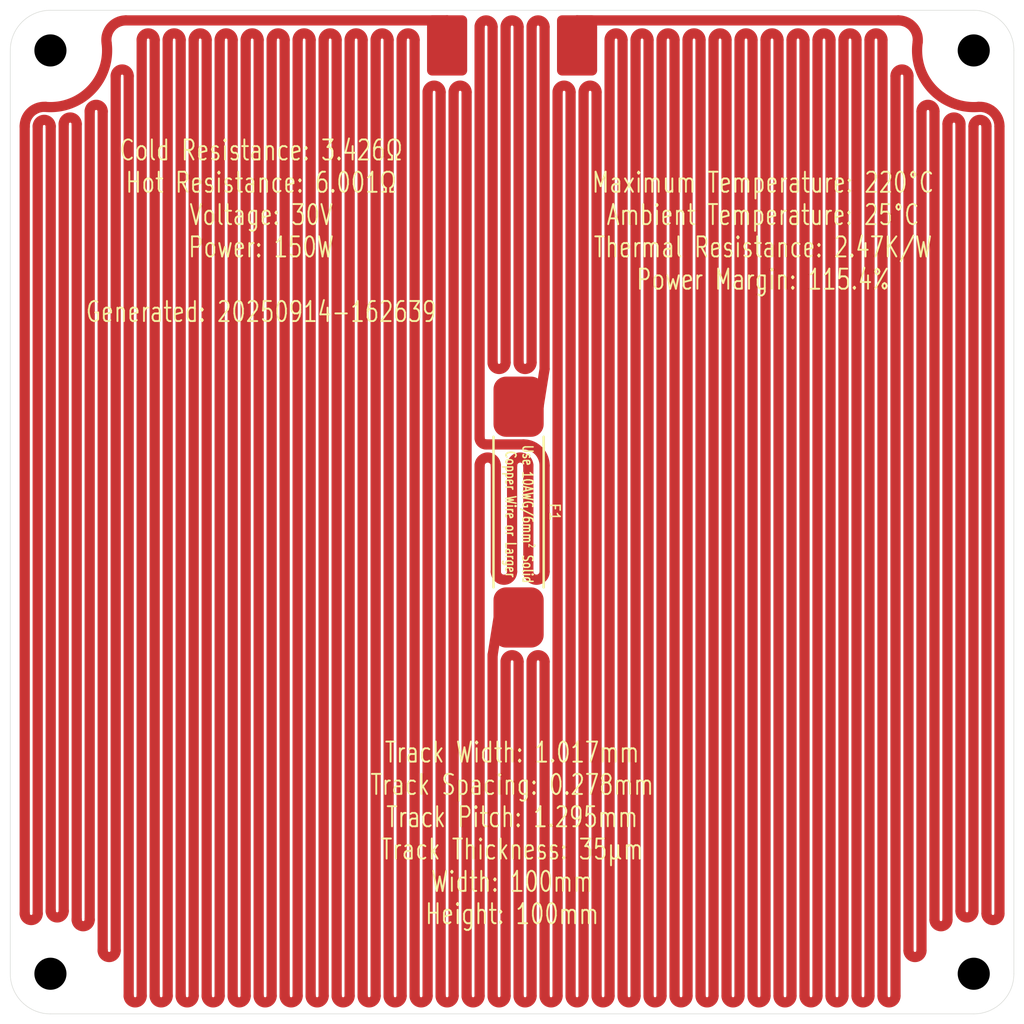
<source format=kicad_pcb>
(kicad_pcb (version 20241229) (generator "pcbnew") (generator_version "9.0")
  (layers (0 "F.Cu" signal) (2 "B.Cu" signal) (13 "F.Paste" user) (15 "B.Paste" user) (5 "F.SilkS" user "F.Silkscreen") (7 "B.SilkS" user "B.Silkscreen") (1 "F.Mask" user) (3 "B.Mask" user) (25 "Edge.Cuts" user))
  (net 0 "")
  (net 1 "Net-(J2-Pin_1)")
  (net 2 "Net-(J1-Pin_1)")
  (footprint "blg:MountingHole_3.2mm_M3_NoPad_TopLarge" (layer "F.Cu") (at 151 59)
    (property "Reference" "REF**" (hide yes))
    (property "Value" "MountingHole_3.2mm_M3_NoPad_TopLarge" (hide yes))
    (pad "" np_thru_hole circle (at 0 0) (size 7.6 7.6) (drill 3.2) (layers))
  )
  (footprint "blg:SMD_PowerConnection_4x6mm" (layer "F.Cu") (at 111.475 58.5 -90)
    (property "Reference" "J2" (hide yes))
    (property "Value" "Hotplate_Power_Connection" (hide yes))
    (pad "1" smd roundrect (at 0 0 270) (size 6 4) (layers "F.Cu" "F.Mask" "F.Paste") (roundrect_rratio 0.125) (net 1 "Net-(J2-Pin_1)"))
  )
  (footprint "blg:MountingHole_3.2mm_M3_NoPad_TopLarge" (layer "F.Cu") (at 59 151)
    (property "Reference" "REF**" (hide yes))
    (property "Value" "MountingHole_3.2mm_M3_NoPad_TopLarge" (hide yes))
    (pad "" np_thru_hole circle (at 0 0) (size 7.6 7.6) (drill 3.2) (layers))
  )
  (footprint "blg:MountingHole_3.2mm_M3_NoPad_TopLarge" (layer "F.Cu") (at 151 151)
    (property "Reference" "REF**" (hide yes))
    (property "Value" "MountingHole_3.2mm_M3_NoPad_TopLarge" (hide yes))
    (pad "" np_thru_hole circle (at 0 0) (size 7.6 7.6) (drill 3.2) (layers))
  )
  (footprint "blg:SMD_PowerConnection_4x6mm" (layer "F.Cu") (at 98.525 58.5 -90)
    (property "Reference" "J1" (hide yes))
    (property "Value" "Hotplate_Power_Connection" (hide yes))
    (pad "1" smd roundrect (at 0 0 270) (size 6 4) (layers "F.Cu" "F.Mask" "F.Paste") (roundrect_rratio 0.125) (net 2 "Net-(J1-Pin_1)"))
  )
  (footprint "blg:Thermal Fuse, Front, 25mm" (layer "F.Cu") (at 105.6475 105 -90)
    (property "Reference" "F1" (at 0 -3.6 270) (layer "F.SilkS"))
    (property "Value" "~")
    (fp_line (start -7.5 2.5) (end 7.5 2.5) (stroke (width 0.25)) (layer "F.SilkS"))
    (fp_line (start -7.5 -2.5) (end 7.5 -2.5) (stroke (width 0.25)) (layer "F.SilkS"))
    (fp_text user "Use 10AWG/6mm  Solid" (at 0.2 -0.9 270) (layer "F.SilkS") (effects (font (size 1 0.75))))
    (fp_text user "2" (at 3.35 -1.3 270) (layer "F.SilkS") (effects (font (size 0.6 0.4) (thickness 0.1))))
    (fp_text user "Copper Wire or Larger" (at 0.2 0.8 270) (layer "F.SilkS") (effects (font (size 1 0.75))))
    (pad "1" smd roundrect (at -10.5 0 270) (size 6 5) (layers "F.Cu" "F.Mask") (net 2 "Net-(J1-Pin_1)"))
    (pad "2" smd roundrect (at 10.5 0 270) (size 6 5) (layers "F.Cu" "F.Mask") (net 1 "Net-(J2-Pin_1)"))
  )
  (footprint "blg:MountingHole_3.2mm_M3_NoPad_TopLarge" (layer "F.Cu") (at 59 59)
    (property "Reference" "REF**" (hide yes))
    (property "Value" "MountingHole_3.2mm_M3_NoPad_TopLarge" (hide yes))
    (pad "" np_thru_hole circle (at 0 0) (size 7.6 7.6) (drill 3.2) (layers))
  )
  (gr_arc (start 55 59) (mid 56.171573 56.171573) (end 59 55) (stroke (width 0.05)) (layer "Edge.Cuts"))
  (gr_line (start 155 59) (end 155 151) (stroke (width 0.05)) (layer "Edge.Cuts"))
  (gr_arc (start 59 155) (mid 56.171573 153.828427) (end 55 151) (stroke (width 0.05)) (layer "Edge.Cuts"))
  (gr_line (start 59 155) (end 151 155) (stroke (width 0.05)) (layer "Edge.Cuts"))
  (gr_line (start 55 59) (end 55 151) (stroke (width 0.05)) (layer "Edge.Cuts"))
  (gr_arc (start 155 151) (mid 153.828427 153.828427) (end 151 155) (stroke (width 0.05)) (layer "Edge.Cuts"))
  (gr_arc (start 151 55) (mid 153.828427 56.171573) (end 155 59) (stroke (width 0.05)) (layer "Edge.Cuts"))
  (gr_line (start 59 55) (end 151 55) (stroke (width 0.05)) (layer "Edge.Cuts"))
  (gr_text "Track Width: 1.017mm\nTrack Spacing: 0.278mm\nTrack Pitch: 1.295mm\nTrack Thickness: 35µm\nWidth: 100mm\nHeight: 100mm" (at 105 137 0) (layer "F.SilkS") (effects (font (size 2 1.5) (thickness 0.1875))))
  (gr_text "Maximum Temperature: 220°C\nAmbient Temperature: 25°C\nThermal Resistance: 2.47K/W\nPower Margin: 115.4%" (at 130 77 0) (layer "F.SilkS") (effects (font (size 2 1.5) (thickness 0.1875))))
  (gr_text "Cold Resistance: 3.426Ω\nHot Resistance: 6.001Ω\nVoltage: 30V\nPower: 150W\n\nGenerated: 20250914-162639" (at 80 77 0) (layer "F.SilkS") (effects (font (size 2 1.5) (thickness 0.1875))))
  (segment (start 149.677499 66.329884) (end 149.677499 144.741294) (width 1.016999) (layer "F.Cu") (net 1))
  (segment (start 143.2025 153.204999) (end 143.2025 61.546684) (width 1.016999) (layer "F.Cu") (net 1))
  (segment (start 153.5625 145.00335) (end 153.5625 66.564634) (width 1.016999) (layer "F.Cu") (net 1))
  (segment (start 104.3525 153.204999) (end 104.3525 119.905999) (width 1.016999) (layer "F.Cu") (net 1))
  (segment (start 145.7925 148.687858) (end 145.7925 65.067495) (width 1.016999) (layer "F.Cu") (net 1))
  (segment (start 110.8275 63.155999) (end 110.8275 153.204999) (width 1.016999) (layer "F.Cu") (net 1))
  (segment (start 135.432499 153.204999) (end 135.432499 57.950999) (width 1.016999) (layer "F.Cu") (net 1))
  (segment (start 128.9575 57.950999) (end 128.9575 153.204999) (width 1.016999) (layer "F.Cu") (net 1))
  (segment (start 116.0075 57.950999) (end 116.0075 153.204999) (width 1.016999) (layer "F.Cu") (net 1))
  (segment (start 103.655999 115.5) (end 105.6475 115.5) (width 1.016999) (layer "F.Cu") (net 1))
  (segment (start 103.057499 119.2585) (end 103.655999 115.5) (width 1.016999) (layer "F.Cu") (net 1))
  (segment (start 140.6125 153.204999) (end 140.6125 57.950999) (width 1.016999) (layer "F.Cu") (net 1))
  (segment (start 121.187499 57.950999) (end 121.187499 153.204999) (width 1.016999) (layer "F.Cu") (net 1))
  (segment (start 103.057499 119.2585) (end 103.057499 153.204999) (width 1.016999) (layer "F.Cu") (net 1))
  (segment (start 144.4975 61.546684) (end 144.4975 148.687858) (width 1.016999) (layer "F.Cu") (net 1))
  (segment (start 143.482839 56.0085) (end 111.474999 56.0085) (width 1.016999) (layer "F.Cu") (net 1))
  (segment (start 125.0725 153.204999) (end 125.0725 57.950999) (width 1.016999) (layer "F.Cu") (net 1))
  (segment (start 105.6475 119.905999) (end 105.6475 153.204999) (width 1.016999) (layer "F.Cu") (net 1))
  (segment (start 150.972499 144.741294) (end 150.972499 66.564634) (width 1.016999) (layer "F.Cu") (net 1))
  (segment (start 117.3025 153.204999) (end 117.3025 57.950999) (width 1.016999) (layer "F.Cu") (net 1))
  (segment (start 136.7275 57.950999) (end 136.7275 153.204999) (width 1.016999) (layer "F.Cu") (net 1))
  (segment (start 134.137499 57.950999) (end 134.137499 153.204999) (width 1.016999) (layer "F.Cu") (net 1))
  (segment (start 112.1225 153.204999) (end 112.1225 63.155999) (width 1.016999) (layer "F.Cu") (net 1))
  (segment (start 114.712499 153.204999) (end 114.712499 57.950999) (width 1.016999) (layer "F.Cu") (net 1))
  (segment (start 139.3175 57.950999) (end 139.3175 153.204999) (width 1.016999) (layer "F.Cu") (net 1))
  (segment (start 148.3825 145.617918) (end 148.3825 66.329884) (width 1.016999) (layer "F.Cu") (net 1))
  (segment (start 108.2375 119.905999) (end 108.2375 153.204999) (width 1.016999) (layer "F.Cu") (net 1))
  (segment (start 106.9425 153.204999) (end 106.9425 119.905999) (width 1.016999) (layer "F.Cu") (net 1))
  (segment (start 130.2525 153.204999) (end 130.2525 57.950999) (width 1.016999) (layer "F.Cu") (net 1))
  (segment (start 122.482499 153.204999) (end 122.482499 57.950999) (width 1.016999) (layer "F.Cu") (net 1))
  (segment (start 127.662499 153.204999) (end 127.662499 57.950999) (width 1.016999) (layer "F.Cu") (net 1))
  (segment (start 126.3675 57.950999) (end 126.3675 153.204999) (width 1.016999) (layer "F.Cu") (net 1))
  (segment (start 132.8425 153.204999) (end 132.8425 57.950999) (width 1.016999) (layer "F.Cu") (net 1))
  (segment (start 113.417499 63.155999) (end 113.417499 153.204999) (width 1.016999) (layer "F.Cu") (net 1))
  (segment (start 111.474999 56.0085) (end 111.474999 58.5) (width 1.016999) (layer "F.Cu") (net 1))
  (segment (start 147.087499 65.067495) (end 147.087499 145.617918) (width 1.016999) (layer "F.Cu") (net 1))
  (segment (start 131.547499 57.950999) (end 131.547499 153.204999) (width 1.016999) (layer "F.Cu") (net 1))
  (segment (start 109.532499 153.204999) (end 109.532499 63.155999) (width 1.016999) (layer "F.Cu") (net 1))
  (segment (start 152.2675 66.564634) (end 152.2675 145.00335) (width 1.016999) (layer "F.Cu") (net 1))
  (segment (start 141.9075 57.950999) (end 141.9075 153.204999) (width 1.016999) (layer "F.Cu") (net 1))
  (segment (start 138.022499 153.204999) (end 138.022499 57.950999) (width 1.016999) (layer "F.Cu") (net 1))
  (segment (start 119.8925 153.204999) (end 119.8925 57.950999) (width 1.016999) (layer "F.Cu") (net 1))
  (segment (start 123.7775 57.950999) (end 123.7775 153.204999) (width 1.016999) (layer "F.Cu") (net 1))
  (segment (start 118.5975 57.950999) (end 118.5975 153.204999) (width 1.016999) (layer "F.Cu") (net 1))
  (arc (start 152.2675 145.00335) (mid 152.915 145.65085) (end 153.5625 145.00335) (width 1.016999) (layer "F.Cu") (net 1))
  (arc (start 140.6125 57.950999) (mid 141.26 57.3035) (end 141.9075 57.950999) (width 1.016999) (layer "F.Cu") (net 1))
  (arc (start 132.8425 57.950999) (mid 133.49 57.3035) (end 134.137499 57.950999) (width 1.016999) (layer "F.Cu") (net 1))
  (arc (start 106.9425 119.905999) (mid 107.589999 119.258499) (end 108.2375 119.905999) (width 1.016999) (layer "F.Cu") (net 1))
  (arc (start 125.0725 57.950999) (mid 125.72 57.3035) (end 126.3675 57.950999) (width 1.016999) (layer "F.Cu") (net 1))
  (arc (start 117.3025 57.950999) (mid 117.95 57.3035) (end 118.5975 57.950999) (width 1.016999) (layer "F.Cu") (net 1))
  (arc (start 151.461324 64.628626) (mid 146.894683 62.878225) (end 145.406697 58.219469) (width 1.016999) (layer "F.Cu") (net 1))
  (arc (start 108.2375 153.204999) (mid 108.884999 153.852499) (end 109.5325 153.204999) (width 1.016999) (layer "F.Cu") (net 1))
  (arc (start 118.5975 153.204999) (mid 119.244999 153.8525) (end 119.8925 153.204999) (width 1.016999) (layer "F.Cu") (net 1))
  (arc (start 110.8275 153.204999) (mid 111.475 153.8525) (end 112.1225 153.204999) (width 1.016999) (layer "F.Cu") (net 1))
  (arc (start 150.972499 66.564634) (mid 151.62 65.917134) (end 152.2675 66.564634) (width 1.016999) (layer "F.Cu") (net 1))
  (arc (start 144.4975 148.687858) (mid 145.145 149.335358) (end 145.7925 148.687858) (width 1.016999) (layer "F.Cu") (net 1))
  (arc (start 105.6475 153.204999) (mid 106.295 153.8525) (end 106.9425 153.204999) (width 1.016999) (layer "F.Cu") (net 1))
  (arc (start 114.712499 57.950999) (mid 115.359999 57.3035) (end 116.0075 57.950999) (width 1.016999) (layer "F.Cu") (net 1))
  (arc (start 119.8925 57.950999) (mid 120.539999 57.3035) (end 121.187499 57.950999) (width 1.016999) (layer "F.Cu") (net 1))
  (arc (start 147.087499 145.617918) (mid 147.735 146.265418) (end 148.3825 145.617918) (width 1.016999) (layer "F.Cu") (net 1))
  (arc (start 130.2525 57.950999) (mid 130.899999 57.3035) (end 131.547499 57.950999) (width 1.016999) (layer "F.Cu") (net 1))
  (arc (start 131.547499 153.204999) (mid 132.195 153.8525) (end 132.8425 153.204999) (width 1.016999) (layer "F.Cu") (net 1))
  (arc (start 109.532499 63.155999) (mid 110.18 62.5085) (end 110.8275 63.155999) (width 1.016999) (layer "F.Cu") (net 1))
  (arc (start 141.9075 153.204999) (mid 142.554999 153.8525) (end 143.2025 153.204999) (width 1.016999) (layer "F.Cu") (net 1))
  (arc (start 116.0075 153.204999) (mid 116.655 153.8525) (end 117.3025 153.204999) (width 1.016999) (layer "F.Cu") (net 1))
  (arc (start 128.9575 153.204999) (mid 129.604999 153.8525) (end 130.2525 153.204999) (width 1.016999) (layer "F.Cu") (net 1))
  (arc (start 112.1225 63.155999) (mid 112.77 62.5085) (end 113.417499 63.155999) (width 1.016999) (layer "F.Cu") (net 1))
  (arc (start 143.2025 61.546684) (mid 143.85 60.899184) (end 144.4975 61.546684) (width 1.016999) (layer "F.Cu") (net 1))
  (arc (start 122.482499 57.950999) (mid 123.13 57.3035) (end 123.7775 57.950999) (width 1.016999) (layer "F.Cu") (net 1))
  (arc (start 134.137499 153.204999) (mid 134.785 153.8525) (end 135.432499 153.204999) (width 1.016999) (layer "F.Cu") (net 1))
  (arc (start 121.187499 153.204999) (mid 121.835 153.8525) (end 122.482499 153.204999) (width 1.016999) (layer "F.Cu") (net 1))
  (arc (start 113.417499 153.204999) (mid 114.065 153.8525) (end 114.712499 153.204999) (width 1.016999) (layer "F.Cu") (net 1))
  (arc (start 138.022499 57.950999) (mid 138.67 57.3035) (end 139.3175 57.950999) (width 1.016999) (layer "F.Cu") (net 1))
  (arc (start 153.5625 66.564634) (mid 153.045586 65.245162) (end 151.461324 64.628626) (width 1.016999) (layer "F.Cu") (net 1))
  (arc (start 145.7925 65.067495) (mid 146.44 64.419995) (end 147.087499 65.067495) (width 1.016999) (layer "F.Cu") (net 1))
  (arc (start 127.662499 57.950999) (mid 128.31 57.3035) (end 128.9575 57.950999) (width 1.016999) (layer "F.Cu") (net 1))
  (arc (start 149.677499 144.741294) (mid 150.325 145.388794) (end 150.972499 144.741294) (width 1.016999) (layer "F.Cu") (net 1))
  (arc (start 123.7775 153.204999) (mid 124.425 153.8525) (end 125.0725 153.204999) (width 1.016999) (layer "F.Cu") (net 1))
  (arc (start 136.7275 153.204999) (mid 137.375 153.8525) (end 138.022499 153.204999) (width 1.016999) (layer "F.Cu") (net 1))
  (arc (start 104.3525 119.905999) (mid 105 119.258499) (end 105.6475 119.905999) (width 1.016999) (layer "F.Cu") (net 1))
  (arc (start 126.3675 153.204999) (mid 127.014999 153.8525) (end 127.662499 153.204999) (width 1.016999) (layer "F.Cu") (net 1))
  (arc (start 143.482839 56.0085) (mid 144.948242 56.675891) (end 145.406697 58.219469) (width 1.016999) (layer "F.Cu") (net 1))
  (arc (start 139.3175 153.204999) (mid 139.965 153.8525) (end 140.6125 153.204999) (width 1.016999) (layer "F.Cu") (net 1))
  (arc (start 135.432499 57.950999) (mid 136.08 57.3035) (end 136.7275 57.950999) (width 1.016999) (layer "F.Cu") (net 1))
  (arc (start 148.3825 66.329884) (mid 149.03 65.682384) (end 149.677499 66.329884) (width 1.016999) (layer "F.Cu") (net 1))
  (arc (start 103.057499 153.204999) (mid 103.705 153.8525) (end 104.3525 153.204999) (width 1.016999) (layer "F.Cu") (net 1))
  (segment (start 97.8775 153.204999) (end 97.8775 63.155999) (width 1.016999) (layer "F.Cu") (net 2))
  (segment (start 60.322499 66.329884) (end 60.322499 144.741294) (width 1.016999) (layer "F.Cu") (net 2))
  (segment (start 77.157499 153.204999) (end 77.157499 57.950999) (width 1.016999) (layer "F.Cu") (net 2))
  (segment (start 56.437499 145.00335) (end 56.437499 66.564634) (width 1.016999) (layer "F.Cu") (net 2))
  (segment (start 90.107499 153.204999) (end 90.107499 57.950999) (width 1.016999) (layer "F.Cu") (net 2))
  (segment (start 108.2375 90.741499) (end 107.639 94.5) (width 1.016999) (layer "F.Cu") (net 2))
  (segment (start 108.2375 100.362874) (end 108.2375 110.932125) (width 1.016999) (layer "F.Cu") (net 2))
  (segment (start 104.3525 56.656) (end 104.3525 90.094) (width 1.016999) (layer "F.Cu") (net 2))
  (segment (start 107.639 94.5) (end 105.6475 94.5) (width 1.016999) (layer "F.Cu") (net 2))
  (segment (start 78.4525 57.950999) (end 78.4525 153.204999) (width 1.016999) (layer "F.Cu") (net 2))
  (segment (start 66.7975 153.204999) (end 66.7975 61.546684) (width 1.016999) (layer "F.Cu") (net 2))
  (segment (start 108.2375 90.741499) (end 108.2375 56.656) (width 1.016999) (layer "F.Cu") (net 2))
  (segment (start 105 100.362874) (end 105 110.932125) (width 1.016999) (layer "F.Cu") (net 2))
  (segment (start 59.0275 144.741294) (end 59.0275 66.564634) (width 1.016999) (layer "F.Cu") (net 2))
  (segment (start 75.8625 57.950999) (end 75.8625 153.204999) (width 1.016999) (layer "F.Cu") (net 2))
  (segment (start 84.9275 153.204999) (end 84.9275 57.950999) (width 1.016999) (layer "F.Cu") (net 2))
  (segment (start 101.762499 100.362874) (end 101.762499 153.204999) (width 1.016999) (layer "F.Cu") (net 2))
  (segment (start 82.337499 153.204999) (end 82.337499 57.950999) (width 1.016999) (layer "F.Cu") (net 2))
  (segment (start 106.618749 110.932125) (end 106.618749 100.362874) (width 1.016999) (layer "F.Cu") (net 2))
  (segment (start 62.912499 65.067495) (end 62.912499 145.617918) (width 1.016999) (layer "F.Cu") (net 2))
  (segment (start 98.525 56.0085) (end 98.525 58.5) (width 1.016999) (layer "F.Cu") (net 2))
  (segment (start 100.4675 153.204999) (end 100.4675 63.155999) (width 1.016999) (layer "F.Cu") (net 2))
  (segment (start 66.51716 56.0085) (end 98.525 56.0085) (width 1.016999) (layer "F.Cu") (net 2))
  (segment (start 70.682499 57.950999) (end 70.682499 153.204999) (width 1.016999) (layer "F.Cu") (net 2))
  (segment (start 73.2725 57.950999) (end 73.2725 153.204999) (width 1.016999) (layer "F.Cu") (net 2))
  (segment (start 79.7475 153.204999) (end 79.7475 57.950999) (width 1.016999) (layer "F.Cu") (net 2))
  (segment (start 64.207499 148.687858) (end 64.207499 65.067495) (width 1.016999) (layer "F.Cu") (net 2))
  (segment (start 81.042499 57.950999) (end 81.042499 153.204999) (width 1.016999) (layer "F.Cu") (net 2))
  (segment (start 103.38125 110.932125) (end 103.38125 100.362874) (width 1.016999) (layer "F.Cu") (net 2))
  (segment (start 106.9425 56.656) (end 106.9425 90.094) (width 1.016999) (layer "F.Cu") (net 2))
  (segment (start 101.762499 56.656) (end 101.762499 97.611) (width 1.016999) (layer "F.Cu") (net 2))
  (segment (start 86.2225 57.950999) (end 86.2225 153.204999) (width 1.016999) (layer "F.Cu") (net 2))
  (segment (start 95.2875 153.204999) (end 95.2875 57.950999) (width 1.016999) (layer "F.Cu") (net 2))
  (segment (start 88.8125 57.950999) (end 88.8125 153.204999) (width 1.016999) (layer "F.Cu") (net 2))
  (segment (start 103.057499 90.094) (end 103.057499 56.656) (width 1.016999) (layer "F.Cu") (net 2))
  (segment (start 65.5025 61.546684) (end 65.5025 148.687858) (width 1.016999) (layer "F.Cu") (net 2))
  (segment (start 74.5675 153.204999) (end 74.5675 57.950999) (width 1.016999) (layer "F.Cu") (net 2))
  (segment (start 93.9925 57.950999) (end 93.9925 153.204999) (width 1.016999) (layer "F.Cu") (net 2))
  (segment (start 87.5175 153.204999) (end 87.5175 57.950999) (width 1.016999) (layer "F.Cu") (net 2))
  (segment (start 57.7325 66.564634) (end 57.7325 145.00335) (width 1.016999) (layer "F.Cu") (net 2))
  (segment (start 105.6475 90.094) (end 105.6475 56.656) (width 1.016999) (layer "F.Cu") (net 2))
  (segment (start 96.5825 63.155999) (end 96.5825 153.204999) (width 1.016999) (layer "F.Cu") (net 2))
  (segment (start 68.0925 57.950999) (end 68.0925 153.204999) (width 1.016999) (layer "F.Cu") (net 2))
  (segment (start 83.6325 57.950999) (end 83.6325 153.204999) (width 1.016999) (layer "F.Cu") (net 2))
  (segment (start 71.9775 153.204999) (end 71.9775 57.950999) (width 1.016999) (layer "F.Cu") (net 2))
  (segment (start 102.41 98.2585) (end 106.133125 98.2585) (width 1.016999) (layer "F.Cu") (net 2))
  (segment (start 61.6175 145.617918) (end 61.6175 66.329884) (width 1.016999) (layer "F.Cu") (net 2))
  (segment (start 99.1725 63.155999) (end 99.1725 153.204999) (width 1.016999) (layer "F.Cu") (net 2))
  (segment (start 92.6975 153.204999) (end 92.6975 57.950999) (width 1.016999) (layer "F.Cu") (net 2))
  (segment (start 69.387499 153.204999) (end 69.387499 57.950999) (width 1.016999) (layer "F.Cu") (net 2))
  (segment (start 91.4025 57.950999) (end 91.4025 153.204999) (width 1.016999) (layer "F.Cu") (net 2))
  (arc (start 73.2725 153.204999) (mid 72.625 153.8525) (end 71.9775 153.204999) (width 1.016999) (layer "F.Cu") (net 2))
  (arc (start 101.762499 153.204999) (mid 101.115 153.8525) (end 100.4675 153.204999) (width 1.016999) (layer "F.Cu") (net 2))
  (arc (start 78.4525 153.204999) (mid 77.805 153.8525) (end 77.157499 153.204999) (width 1.016999) (layer "F.Cu") (net 2))
  (arc (start 66.51716 56.0085) (mid 65.051757 56.675891) (end 64.593302 58.219469) (width 1.016999) (layer "F.Cu") (net 2))
  (arc (start 108.2375 110.932125) (mid 107.428125 111.741499) (end 106.618749 110.932125) (width 1.016999) (layer "F.Cu") (net 2))
  (arc (start 103.38125 100.362874) (mid 102.571874 99.553499) (end 101.762499 100.362874) (width 1.016999) (layer "F.Cu") (net 2))
  (arc (start 69.387499 57.950999) (mid 68.74 57.3035) (end 68.0925 57.950999) (width 1.016999) (layer "F.Cu") (net 2))
  (arc (start 91.4025 153.204999) (mid 90.755 153.8525) (end 90.107499 153.204999) (width 1.016999) (layer "F.Cu") (net 2))
  (arc (start 71.9775 57.950999) (mid 71.329999 57.3035) (end 70.682499 57.950999) (width 1.016999) (layer "F.Cu") (net 2))
  (arc (start 56.437499 66.564634) (mid 56.954413 65.245162) (end 58.538675 64.628626) (width 1.016999) (layer "F.Cu") (net 2))
  (arc (start 93.9925 153.204999) (mid 93.345 153.8525) (end 92.6975 153.204999) (width 1.016999) (layer "F.Cu") (net 2))
  (arc (start 74.5675 57.950999) (mid 73.92 57.3035) (end 73.2725 57.950999) (width 1.016999) (layer "F.Cu") (net 2))
  (arc (start 105 110.932125) (mid 104.190625 111.741499) (end 103.38125 110.932125) (width 1.016999) (layer "F.Cu") (net 2))
  (arc (start 68.0925 153.204999) (mid 67.445 153.8525) (end 66.7975 153.204999) (width 1.016999) (layer "F.Cu") (net 2))
  (arc (start 62.912499 145.617918) (mid 62.264999 146.265418) (end 61.6175 145.617918) (width 1.016999) (layer "F.Cu") (net 2))
  (arc (start 97.8775 63.155999) (mid 97.23 62.5085) (end 96.5825 63.155999) (width 1.016999) (layer "F.Cu") (net 2))
  (arc (start 59.0275 66.564634) (mid 58.379999 65.917134) (end 57.7325 66.564634) (width 1.016999) (layer "F.Cu") (net 2))
  (arc (start 79.7475 57.950999) (mid 79.1 57.3035) (end 78.4525 57.950999) (width 1.016999) (layer "F.Cu") (net 2))
  (arc (start 65.5025 148.687858) (mid 64.854999 149.335358) (end 64.207499 148.687858) (width 1.016999) (layer "F.Cu") (net 2))
  (arc (start 86.2225 153.204999) (mid 85.575 153.8525) (end 84.9275 153.204999) (width 1.016999) (layer "F.Cu") (net 2))
  (arc (start 96.5825 153.204999) (mid 95.934999 153.8525) (end 95.2875 153.204999) (width 1.016999) (layer "F.Cu") (net 2))
  (arc (start 82.337499 57.950999) (mid 81.69 57.3035) (end 81.042499 57.950999) (width 1.016999) (layer "F.Cu") (net 2))
  (arc (start 106.133125 98.2585) (mid 107.621142 98.874857) (end 108.2375 100.362874) (width 1.016999) (layer "F.Cu") (net 2))
  (arc (start 66.7975 61.546684) (mid 66.15 60.899184) (end 65.5025 61.546684) (width 1.016999) (layer "F.Cu") (net 2))
  (arc (start 81.042499 153.204999) (mid 80.395 153.8525) (end 79.7475 153.204999) (width 1.016999) (layer "F.Cu") (net 2))
  (arc (start 108.2375 56.656) (mid 107.589999 56.0085) (end 106.9425 56.656) (width 1.016999) (layer "F.Cu") (net 2))
  (arc (start 57.7325 145.00335) (mid 57.084999 145.65085) (end 56.437499 145.00335) (width 1.016999) (layer "F.Cu") (net 2))
  (arc (start 83.6325 153.204999) (mid 82.984999 153.8525) (end 82.337499 153.204999) (width 1.016999) (layer "F.Cu") (net 2))
  (arc (start 60.322499 144.741294) (mid 59.675 145.388794) (end 59.0275 144.741294) (width 1.016999) (layer "F.Cu") (net 2))
  (arc (start 102.41 98.2585) (mid 101.952148 98.068851) (end 101.762499 97.611) (width 1.016999) (layer "F.Cu") (net 2))
  (arc (start 75.8625 153.204999) (mid 75.214999 153.8525) (end 74.5675 153.204999) (width 1.016999) (layer "F.Cu") (net 2))
  (arc (start 100.4675 63.155999) (mid 99.82 62.5085) (end 99.1725 63.155999) (width 1.016999) (layer "F.Cu") (net 2))
  (arc (start 95.2875 57.950999) (mid 94.64 57.3035) (end 93.9925 57.950999) (width 1.016999) (layer "F.Cu") (net 2))
  (arc (start 92.6975 57.950999) (mid 92.05 57.3035) (end 91.4025 57.950999) (width 1.016999) (layer "F.Cu") (net 2))
  (arc (start 64.207499 65.067495) (mid 63.559999 64.419995) (end 62.912499 65.067495) (width 1.016999) (layer "F.Cu") (net 2))
  (arc (start 105.6475 56.656) (mid 105 56.0085) (end 104.3525 56.656) (width 1.016999) (layer "F.Cu") (net 2))
  (arc (start 103.057499 56.656) (mid 102.41 56.0085) (end 101.762499 56.656) (width 1.016999) (layer "F.Cu") (net 2))
  (arc (start 84.9275 57.950999) (mid 84.279999 57.3035) (end 83.6325 57.950999) (width 1.016999) (layer "F.Cu") (net 2))
  (arc (start 61.6175 66.329884) (mid 60.97 65.682384) (end 60.322499 66.329884) (width 1.016999) (layer "F.Cu") (net 2))
  (arc (start 77.157499 57.950999) (mid 76.509999 57.3035) (end 75.8625 57.950999) (width 1.016999) (layer "F.Cu") (net 2))
  (arc (start 106.9425 90.094) (mid 106.295 90.7415) (end 105.6475 90.094) (width 1.016999) (layer "F.Cu") (net 2))
  (arc (start 70.682499 153.204999) (mid 70.035 153.8525) (end 69.387499 153.204999) (width 1.016999) (layer "F.Cu") (net 2))
  (arc (start 90.107499 57.950999) (mid 89.46 57.3035) (end 88.8125 57.950999) (width 1.016999) (layer "F.Cu") (net 2))
  (arc (start 106.618749 100.362874) (mid 105.809375 99.553499) (end 105 100.362874) (width 1.016999) (layer "F.Cu") (net 2))
  (arc (start 87.5175 57.950999) (mid 86.87 57.3035) (end 86.2225 57.950999) (width 1.016999) (layer "F.Cu") (net 2))
  (arc (start 104.3525 90.094) (mid 103.705 90.7415) (end 103.057499 90.094) (width 1.016999) (layer "F.Cu") (net 2))
  (arc (start 88.8125 153.204999) (mid 88.164999 153.8525) (end 87.5175 153.204999) (width 1.016999) (layer "F.Cu") (net 2))
  (arc (start 99.1725 153.204999) (mid 98.525 153.8525) (end 97.8775 153.204999) (width 1.016999) (layer "F.Cu") (net 2))
  (arc (start 58.538675 64.628626) (mid 63.105316 62.878225) (end 64.593302 58.219469) (width 1.016999) (layer "F.Cu") (net 2))
)
</source>
